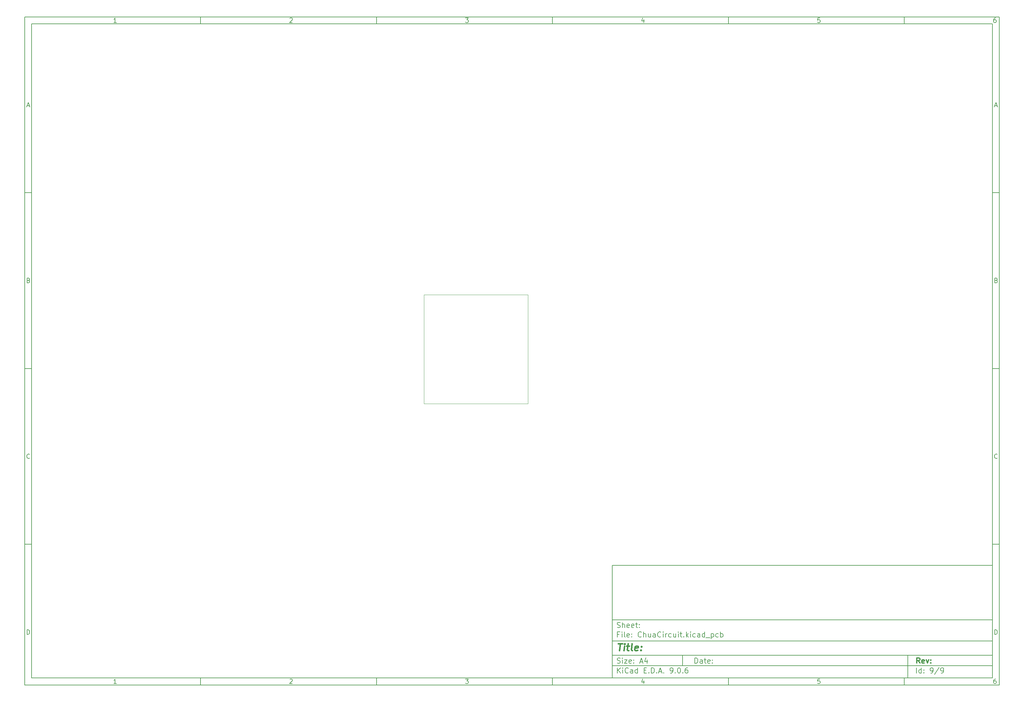
<source format=gm1>
%TF.GenerationSoftware,KiCad,Pcbnew,9.0.6*%
%TF.CreationDate,2025-11-23T22:05:43-07:00*%
%TF.ProjectId,ChuaCircuit,43687561-4369-4726-9375-69742e6b6963,rev?*%
%TF.SameCoordinates,Original*%
%TF.FileFunction,Profile,NP*%
%FSLAX46Y46*%
G04 Gerber Fmt 4.6, Leading zero omitted, Abs format (unit mm)*
G04 Created by KiCad (PCBNEW 9.0.6) date 2025-11-23 22:05:43*
%MOMM*%
%LPD*%
G01*
G04 APERTURE LIST*
%ADD10C,0.100000*%
%ADD11C,0.150000*%
%ADD12C,0.300000*%
%ADD13C,0.400000*%
%TA.AperFunction,Profile*%
%ADD14C,0.050000*%
%TD*%
G04 APERTURE END LIST*
D10*
D11*
X177002200Y-166007200D02*
X285002200Y-166007200D01*
X285002200Y-198007200D01*
X177002200Y-198007200D01*
X177002200Y-166007200D01*
D10*
D11*
X10000000Y-10000000D02*
X287002200Y-10000000D01*
X287002200Y-200007200D01*
X10000000Y-200007200D01*
X10000000Y-10000000D01*
D10*
D11*
X12000000Y-12000000D02*
X285002200Y-12000000D01*
X285002200Y-198007200D01*
X12000000Y-198007200D01*
X12000000Y-12000000D01*
D10*
D11*
X60000000Y-12000000D02*
X60000000Y-10000000D01*
D10*
D11*
X110000000Y-12000000D02*
X110000000Y-10000000D01*
D10*
D11*
X160000000Y-12000000D02*
X160000000Y-10000000D01*
D10*
D11*
X210000000Y-12000000D02*
X210000000Y-10000000D01*
D10*
D11*
X260000000Y-12000000D02*
X260000000Y-10000000D01*
D10*
D11*
X36089160Y-11593604D02*
X35346303Y-11593604D01*
X35717731Y-11593604D02*
X35717731Y-10293604D01*
X35717731Y-10293604D02*
X35593922Y-10479319D01*
X35593922Y-10479319D02*
X35470112Y-10603128D01*
X35470112Y-10603128D02*
X35346303Y-10665033D01*
D10*
D11*
X85346303Y-10417414D02*
X85408207Y-10355509D01*
X85408207Y-10355509D02*
X85532017Y-10293604D01*
X85532017Y-10293604D02*
X85841541Y-10293604D01*
X85841541Y-10293604D02*
X85965350Y-10355509D01*
X85965350Y-10355509D02*
X86027255Y-10417414D01*
X86027255Y-10417414D02*
X86089160Y-10541223D01*
X86089160Y-10541223D02*
X86089160Y-10665033D01*
X86089160Y-10665033D02*
X86027255Y-10850747D01*
X86027255Y-10850747D02*
X85284398Y-11593604D01*
X85284398Y-11593604D02*
X86089160Y-11593604D01*
D10*
D11*
X135284398Y-10293604D02*
X136089160Y-10293604D01*
X136089160Y-10293604D02*
X135655826Y-10788842D01*
X135655826Y-10788842D02*
X135841541Y-10788842D01*
X135841541Y-10788842D02*
X135965350Y-10850747D01*
X135965350Y-10850747D02*
X136027255Y-10912652D01*
X136027255Y-10912652D02*
X136089160Y-11036461D01*
X136089160Y-11036461D02*
X136089160Y-11345985D01*
X136089160Y-11345985D02*
X136027255Y-11469795D01*
X136027255Y-11469795D02*
X135965350Y-11531700D01*
X135965350Y-11531700D02*
X135841541Y-11593604D01*
X135841541Y-11593604D02*
X135470112Y-11593604D01*
X135470112Y-11593604D02*
X135346303Y-11531700D01*
X135346303Y-11531700D02*
X135284398Y-11469795D01*
D10*
D11*
X185965350Y-10726938D02*
X185965350Y-11593604D01*
X185655826Y-10231700D02*
X185346303Y-11160271D01*
X185346303Y-11160271D02*
X186151064Y-11160271D01*
D10*
D11*
X236027255Y-10293604D02*
X235408207Y-10293604D01*
X235408207Y-10293604D02*
X235346303Y-10912652D01*
X235346303Y-10912652D02*
X235408207Y-10850747D01*
X235408207Y-10850747D02*
X235532017Y-10788842D01*
X235532017Y-10788842D02*
X235841541Y-10788842D01*
X235841541Y-10788842D02*
X235965350Y-10850747D01*
X235965350Y-10850747D02*
X236027255Y-10912652D01*
X236027255Y-10912652D02*
X236089160Y-11036461D01*
X236089160Y-11036461D02*
X236089160Y-11345985D01*
X236089160Y-11345985D02*
X236027255Y-11469795D01*
X236027255Y-11469795D02*
X235965350Y-11531700D01*
X235965350Y-11531700D02*
X235841541Y-11593604D01*
X235841541Y-11593604D02*
X235532017Y-11593604D01*
X235532017Y-11593604D02*
X235408207Y-11531700D01*
X235408207Y-11531700D02*
X235346303Y-11469795D01*
D10*
D11*
X285965350Y-10293604D02*
X285717731Y-10293604D01*
X285717731Y-10293604D02*
X285593922Y-10355509D01*
X285593922Y-10355509D02*
X285532017Y-10417414D01*
X285532017Y-10417414D02*
X285408207Y-10603128D01*
X285408207Y-10603128D02*
X285346303Y-10850747D01*
X285346303Y-10850747D02*
X285346303Y-11345985D01*
X285346303Y-11345985D02*
X285408207Y-11469795D01*
X285408207Y-11469795D02*
X285470112Y-11531700D01*
X285470112Y-11531700D02*
X285593922Y-11593604D01*
X285593922Y-11593604D02*
X285841541Y-11593604D01*
X285841541Y-11593604D02*
X285965350Y-11531700D01*
X285965350Y-11531700D02*
X286027255Y-11469795D01*
X286027255Y-11469795D02*
X286089160Y-11345985D01*
X286089160Y-11345985D02*
X286089160Y-11036461D01*
X286089160Y-11036461D02*
X286027255Y-10912652D01*
X286027255Y-10912652D02*
X285965350Y-10850747D01*
X285965350Y-10850747D02*
X285841541Y-10788842D01*
X285841541Y-10788842D02*
X285593922Y-10788842D01*
X285593922Y-10788842D02*
X285470112Y-10850747D01*
X285470112Y-10850747D02*
X285408207Y-10912652D01*
X285408207Y-10912652D02*
X285346303Y-11036461D01*
D10*
D11*
X60000000Y-198007200D02*
X60000000Y-200007200D01*
D10*
D11*
X110000000Y-198007200D02*
X110000000Y-200007200D01*
D10*
D11*
X160000000Y-198007200D02*
X160000000Y-200007200D01*
D10*
D11*
X210000000Y-198007200D02*
X210000000Y-200007200D01*
D10*
D11*
X260000000Y-198007200D02*
X260000000Y-200007200D01*
D10*
D11*
X36089160Y-199600804D02*
X35346303Y-199600804D01*
X35717731Y-199600804D02*
X35717731Y-198300804D01*
X35717731Y-198300804D02*
X35593922Y-198486519D01*
X35593922Y-198486519D02*
X35470112Y-198610328D01*
X35470112Y-198610328D02*
X35346303Y-198672233D01*
D10*
D11*
X85346303Y-198424614D02*
X85408207Y-198362709D01*
X85408207Y-198362709D02*
X85532017Y-198300804D01*
X85532017Y-198300804D02*
X85841541Y-198300804D01*
X85841541Y-198300804D02*
X85965350Y-198362709D01*
X85965350Y-198362709D02*
X86027255Y-198424614D01*
X86027255Y-198424614D02*
X86089160Y-198548423D01*
X86089160Y-198548423D02*
X86089160Y-198672233D01*
X86089160Y-198672233D02*
X86027255Y-198857947D01*
X86027255Y-198857947D02*
X85284398Y-199600804D01*
X85284398Y-199600804D02*
X86089160Y-199600804D01*
D10*
D11*
X135284398Y-198300804D02*
X136089160Y-198300804D01*
X136089160Y-198300804D02*
X135655826Y-198796042D01*
X135655826Y-198796042D02*
X135841541Y-198796042D01*
X135841541Y-198796042D02*
X135965350Y-198857947D01*
X135965350Y-198857947D02*
X136027255Y-198919852D01*
X136027255Y-198919852D02*
X136089160Y-199043661D01*
X136089160Y-199043661D02*
X136089160Y-199353185D01*
X136089160Y-199353185D02*
X136027255Y-199476995D01*
X136027255Y-199476995D02*
X135965350Y-199538900D01*
X135965350Y-199538900D02*
X135841541Y-199600804D01*
X135841541Y-199600804D02*
X135470112Y-199600804D01*
X135470112Y-199600804D02*
X135346303Y-199538900D01*
X135346303Y-199538900D02*
X135284398Y-199476995D01*
D10*
D11*
X185965350Y-198734138D02*
X185965350Y-199600804D01*
X185655826Y-198238900D02*
X185346303Y-199167471D01*
X185346303Y-199167471D02*
X186151064Y-199167471D01*
D10*
D11*
X236027255Y-198300804D02*
X235408207Y-198300804D01*
X235408207Y-198300804D02*
X235346303Y-198919852D01*
X235346303Y-198919852D02*
X235408207Y-198857947D01*
X235408207Y-198857947D02*
X235532017Y-198796042D01*
X235532017Y-198796042D02*
X235841541Y-198796042D01*
X235841541Y-198796042D02*
X235965350Y-198857947D01*
X235965350Y-198857947D02*
X236027255Y-198919852D01*
X236027255Y-198919852D02*
X236089160Y-199043661D01*
X236089160Y-199043661D02*
X236089160Y-199353185D01*
X236089160Y-199353185D02*
X236027255Y-199476995D01*
X236027255Y-199476995D02*
X235965350Y-199538900D01*
X235965350Y-199538900D02*
X235841541Y-199600804D01*
X235841541Y-199600804D02*
X235532017Y-199600804D01*
X235532017Y-199600804D02*
X235408207Y-199538900D01*
X235408207Y-199538900D02*
X235346303Y-199476995D01*
D10*
D11*
X285965350Y-198300804D02*
X285717731Y-198300804D01*
X285717731Y-198300804D02*
X285593922Y-198362709D01*
X285593922Y-198362709D02*
X285532017Y-198424614D01*
X285532017Y-198424614D02*
X285408207Y-198610328D01*
X285408207Y-198610328D02*
X285346303Y-198857947D01*
X285346303Y-198857947D02*
X285346303Y-199353185D01*
X285346303Y-199353185D02*
X285408207Y-199476995D01*
X285408207Y-199476995D02*
X285470112Y-199538900D01*
X285470112Y-199538900D02*
X285593922Y-199600804D01*
X285593922Y-199600804D02*
X285841541Y-199600804D01*
X285841541Y-199600804D02*
X285965350Y-199538900D01*
X285965350Y-199538900D02*
X286027255Y-199476995D01*
X286027255Y-199476995D02*
X286089160Y-199353185D01*
X286089160Y-199353185D02*
X286089160Y-199043661D01*
X286089160Y-199043661D02*
X286027255Y-198919852D01*
X286027255Y-198919852D02*
X285965350Y-198857947D01*
X285965350Y-198857947D02*
X285841541Y-198796042D01*
X285841541Y-198796042D02*
X285593922Y-198796042D01*
X285593922Y-198796042D02*
X285470112Y-198857947D01*
X285470112Y-198857947D02*
X285408207Y-198919852D01*
X285408207Y-198919852D02*
X285346303Y-199043661D01*
D10*
D11*
X10000000Y-60000000D02*
X12000000Y-60000000D01*
D10*
D11*
X10000000Y-110000000D02*
X12000000Y-110000000D01*
D10*
D11*
X10000000Y-160000000D02*
X12000000Y-160000000D01*
D10*
D11*
X10690476Y-35222176D02*
X11309523Y-35222176D01*
X10566666Y-35593604D02*
X10999999Y-34293604D01*
X10999999Y-34293604D02*
X11433333Y-35593604D01*
D10*
D11*
X11092857Y-84912652D02*
X11278571Y-84974557D01*
X11278571Y-84974557D02*
X11340476Y-85036461D01*
X11340476Y-85036461D02*
X11402380Y-85160271D01*
X11402380Y-85160271D02*
X11402380Y-85345985D01*
X11402380Y-85345985D02*
X11340476Y-85469795D01*
X11340476Y-85469795D02*
X11278571Y-85531700D01*
X11278571Y-85531700D02*
X11154761Y-85593604D01*
X11154761Y-85593604D02*
X10659523Y-85593604D01*
X10659523Y-85593604D02*
X10659523Y-84293604D01*
X10659523Y-84293604D02*
X11092857Y-84293604D01*
X11092857Y-84293604D02*
X11216666Y-84355509D01*
X11216666Y-84355509D02*
X11278571Y-84417414D01*
X11278571Y-84417414D02*
X11340476Y-84541223D01*
X11340476Y-84541223D02*
X11340476Y-84665033D01*
X11340476Y-84665033D02*
X11278571Y-84788842D01*
X11278571Y-84788842D02*
X11216666Y-84850747D01*
X11216666Y-84850747D02*
X11092857Y-84912652D01*
X11092857Y-84912652D02*
X10659523Y-84912652D01*
D10*
D11*
X11402380Y-135469795D02*
X11340476Y-135531700D01*
X11340476Y-135531700D02*
X11154761Y-135593604D01*
X11154761Y-135593604D02*
X11030952Y-135593604D01*
X11030952Y-135593604D02*
X10845238Y-135531700D01*
X10845238Y-135531700D02*
X10721428Y-135407890D01*
X10721428Y-135407890D02*
X10659523Y-135284080D01*
X10659523Y-135284080D02*
X10597619Y-135036461D01*
X10597619Y-135036461D02*
X10597619Y-134850747D01*
X10597619Y-134850747D02*
X10659523Y-134603128D01*
X10659523Y-134603128D02*
X10721428Y-134479319D01*
X10721428Y-134479319D02*
X10845238Y-134355509D01*
X10845238Y-134355509D02*
X11030952Y-134293604D01*
X11030952Y-134293604D02*
X11154761Y-134293604D01*
X11154761Y-134293604D02*
X11340476Y-134355509D01*
X11340476Y-134355509D02*
X11402380Y-134417414D01*
D10*
D11*
X10659523Y-185593604D02*
X10659523Y-184293604D01*
X10659523Y-184293604D02*
X10969047Y-184293604D01*
X10969047Y-184293604D02*
X11154761Y-184355509D01*
X11154761Y-184355509D02*
X11278571Y-184479319D01*
X11278571Y-184479319D02*
X11340476Y-184603128D01*
X11340476Y-184603128D02*
X11402380Y-184850747D01*
X11402380Y-184850747D02*
X11402380Y-185036461D01*
X11402380Y-185036461D02*
X11340476Y-185284080D01*
X11340476Y-185284080D02*
X11278571Y-185407890D01*
X11278571Y-185407890D02*
X11154761Y-185531700D01*
X11154761Y-185531700D02*
X10969047Y-185593604D01*
X10969047Y-185593604D02*
X10659523Y-185593604D01*
D10*
D11*
X287002200Y-60000000D02*
X285002200Y-60000000D01*
D10*
D11*
X287002200Y-110000000D02*
X285002200Y-110000000D01*
D10*
D11*
X287002200Y-160000000D02*
X285002200Y-160000000D01*
D10*
D11*
X285692676Y-35222176D02*
X286311723Y-35222176D01*
X285568866Y-35593604D02*
X286002199Y-34293604D01*
X286002199Y-34293604D02*
X286435533Y-35593604D01*
D10*
D11*
X286095057Y-84912652D02*
X286280771Y-84974557D01*
X286280771Y-84974557D02*
X286342676Y-85036461D01*
X286342676Y-85036461D02*
X286404580Y-85160271D01*
X286404580Y-85160271D02*
X286404580Y-85345985D01*
X286404580Y-85345985D02*
X286342676Y-85469795D01*
X286342676Y-85469795D02*
X286280771Y-85531700D01*
X286280771Y-85531700D02*
X286156961Y-85593604D01*
X286156961Y-85593604D02*
X285661723Y-85593604D01*
X285661723Y-85593604D02*
X285661723Y-84293604D01*
X285661723Y-84293604D02*
X286095057Y-84293604D01*
X286095057Y-84293604D02*
X286218866Y-84355509D01*
X286218866Y-84355509D02*
X286280771Y-84417414D01*
X286280771Y-84417414D02*
X286342676Y-84541223D01*
X286342676Y-84541223D02*
X286342676Y-84665033D01*
X286342676Y-84665033D02*
X286280771Y-84788842D01*
X286280771Y-84788842D02*
X286218866Y-84850747D01*
X286218866Y-84850747D02*
X286095057Y-84912652D01*
X286095057Y-84912652D02*
X285661723Y-84912652D01*
D10*
D11*
X286404580Y-135469795D02*
X286342676Y-135531700D01*
X286342676Y-135531700D02*
X286156961Y-135593604D01*
X286156961Y-135593604D02*
X286033152Y-135593604D01*
X286033152Y-135593604D02*
X285847438Y-135531700D01*
X285847438Y-135531700D02*
X285723628Y-135407890D01*
X285723628Y-135407890D02*
X285661723Y-135284080D01*
X285661723Y-135284080D02*
X285599819Y-135036461D01*
X285599819Y-135036461D02*
X285599819Y-134850747D01*
X285599819Y-134850747D02*
X285661723Y-134603128D01*
X285661723Y-134603128D02*
X285723628Y-134479319D01*
X285723628Y-134479319D02*
X285847438Y-134355509D01*
X285847438Y-134355509D02*
X286033152Y-134293604D01*
X286033152Y-134293604D02*
X286156961Y-134293604D01*
X286156961Y-134293604D02*
X286342676Y-134355509D01*
X286342676Y-134355509D02*
X286404580Y-134417414D01*
D10*
D11*
X285661723Y-185593604D02*
X285661723Y-184293604D01*
X285661723Y-184293604D02*
X285971247Y-184293604D01*
X285971247Y-184293604D02*
X286156961Y-184355509D01*
X286156961Y-184355509D02*
X286280771Y-184479319D01*
X286280771Y-184479319D02*
X286342676Y-184603128D01*
X286342676Y-184603128D02*
X286404580Y-184850747D01*
X286404580Y-184850747D02*
X286404580Y-185036461D01*
X286404580Y-185036461D02*
X286342676Y-185284080D01*
X286342676Y-185284080D02*
X286280771Y-185407890D01*
X286280771Y-185407890D02*
X286156961Y-185531700D01*
X286156961Y-185531700D02*
X285971247Y-185593604D01*
X285971247Y-185593604D02*
X285661723Y-185593604D01*
D10*
D11*
X200458026Y-193793328D02*
X200458026Y-192293328D01*
X200458026Y-192293328D02*
X200815169Y-192293328D01*
X200815169Y-192293328D02*
X201029455Y-192364757D01*
X201029455Y-192364757D02*
X201172312Y-192507614D01*
X201172312Y-192507614D02*
X201243741Y-192650471D01*
X201243741Y-192650471D02*
X201315169Y-192936185D01*
X201315169Y-192936185D02*
X201315169Y-193150471D01*
X201315169Y-193150471D02*
X201243741Y-193436185D01*
X201243741Y-193436185D02*
X201172312Y-193579042D01*
X201172312Y-193579042D02*
X201029455Y-193721900D01*
X201029455Y-193721900D02*
X200815169Y-193793328D01*
X200815169Y-193793328D02*
X200458026Y-193793328D01*
X202600884Y-193793328D02*
X202600884Y-193007614D01*
X202600884Y-193007614D02*
X202529455Y-192864757D01*
X202529455Y-192864757D02*
X202386598Y-192793328D01*
X202386598Y-192793328D02*
X202100884Y-192793328D01*
X202100884Y-192793328D02*
X201958026Y-192864757D01*
X202600884Y-193721900D02*
X202458026Y-193793328D01*
X202458026Y-193793328D02*
X202100884Y-193793328D01*
X202100884Y-193793328D02*
X201958026Y-193721900D01*
X201958026Y-193721900D02*
X201886598Y-193579042D01*
X201886598Y-193579042D02*
X201886598Y-193436185D01*
X201886598Y-193436185D02*
X201958026Y-193293328D01*
X201958026Y-193293328D02*
X202100884Y-193221900D01*
X202100884Y-193221900D02*
X202458026Y-193221900D01*
X202458026Y-193221900D02*
X202600884Y-193150471D01*
X203100884Y-192793328D02*
X203672312Y-192793328D01*
X203315169Y-192293328D02*
X203315169Y-193579042D01*
X203315169Y-193579042D02*
X203386598Y-193721900D01*
X203386598Y-193721900D02*
X203529455Y-193793328D01*
X203529455Y-193793328D02*
X203672312Y-193793328D01*
X204743741Y-193721900D02*
X204600884Y-193793328D01*
X204600884Y-193793328D02*
X204315170Y-193793328D01*
X204315170Y-193793328D02*
X204172312Y-193721900D01*
X204172312Y-193721900D02*
X204100884Y-193579042D01*
X204100884Y-193579042D02*
X204100884Y-193007614D01*
X204100884Y-193007614D02*
X204172312Y-192864757D01*
X204172312Y-192864757D02*
X204315170Y-192793328D01*
X204315170Y-192793328D02*
X204600884Y-192793328D01*
X204600884Y-192793328D02*
X204743741Y-192864757D01*
X204743741Y-192864757D02*
X204815170Y-193007614D01*
X204815170Y-193007614D02*
X204815170Y-193150471D01*
X204815170Y-193150471D02*
X204100884Y-193293328D01*
X205458026Y-193650471D02*
X205529455Y-193721900D01*
X205529455Y-193721900D02*
X205458026Y-193793328D01*
X205458026Y-193793328D02*
X205386598Y-193721900D01*
X205386598Y-193721900D02*
X205458026Y-193650471D01*
X205458026Y-193650471D02*
X205458026Y-193793328D01*
X205458026Y-192864757D02*
X205529455Y-192936185D01*
X205529455Y-192936185D02*
X205458026Y-193007614D01*
X205458026Y-193007614D02*
X205386598Y-192936185D01*
X205386598Y-192936185D02*
X205458026Y-192864757D01*
X205458026Y-192864757D02*
X205458026Y-193007614D01*
D10*
D11*
X177002200Y-194507200D02*
X285002200Y-194507200D01*
D10*
D11*
X178458026Y-196593328D02*
X178458026Y-195093328D01*
X179315169Y-196593328D02*
X178672312Y-195736185D01*
X179315169Y-195093328D02*
X178458026Y-195950471D01*
X179958026Y-196593328D02*
X179958026Y-195593328D01*
X179958026Y-195093328D02*
X179886598Y-195164757D01*
X179886598Y-195164757D02*
X179958026Y-195236185D01*
X179958026Y-195236185D02*
X180029455Y-195164757D01*
X180029455Y-195164757D02*
X179958026Y-195093328D01*
X179958026Y-195093328D02*
X179958026Y-195236185D01*
X181529455Y-196450471D02*
X181458027Y-196521900D01*
X181458027Y-196521900D02*
X181243741Y-196593328D01*
X181243741Y-196593328D02*
X181100884Y-196593328D01*
X181100884Y-196593328D02*
X180886598Y-196521900D01*
X180886598Y-196521900D02*
X180743741Y-196379042D01*
X180743741Y-196379042D02*
X180672312Y-196236185D01*
X180672312Y-196236185D02*
X180600884Y-195950471D01*
X180600884Y-195950471D02*
X180600884Y-195736185D01*
X180600884Y-195736185D02*
X180672312Y-195450471D01*
X180672312Y-195450471D02*
X180743741Y-195307614D01*
X180743741Y-195307614D02*
X180886598Y-195164757D01*
X180886598Y-195164757D02*
X181100884Y-195093328D01*
X181100884Y-195093328D02*
X181243741Y-195093328D01*
X181243741Y-195093328D02*
X181458027Y-195164757D01*
X181458027Y-195164757D02*
X181529455Y-195236185D01*
X182815170Y-196593328D02*
X182815170Y-195807614D01*
X182815170Y-195807614D02*
X182743741Y-195664757D01*
X182743741Y-195664757D02*
X182600884Y-195593328D01*
X182600884Y-195593328D02*
X182315170Y-195593328D01*
X182315170Y-195593328D02*
X182172312Y-195664757D01*
X182815170Y-196521900D02*
X182672312Y-196593328D01*
X182672312Y-196593328D02*
X182315170Y-196593328D01*
X182315170Y-196593328D02*
X182172312Y-196521900D01*
X182172312Y-196521900D02*
X182100884Y-196379042D01*
X182100884Y-196379042D02*
X182100884Y-196236185D01*
X182100884Y-196236185D02*
X182172312Y-196093328D01*
X182172312Y-196093328D02*
X182315170Y-196021900D01*
X182315170Y-196021900D02*
X182672312Y-196021900D01*
X182672312Y-196021900D02*
X182815170Y-195950471D01*
X184172313Y-196593328D02*
X184172313Y-195093328D01*
X184172313Y-196521900D02*
X184029455Y-196593328D01*
X184029455Y-196593328D02*
X183743741Y-196593328D01*
X183743741Y-196593328D02*
X183600884Y-196521900D01*
X183600884Y-196521900D02*
X183529455Y-196450471D01*
X183529455Y-196450471D02*
X183458027Y-196307614D01*
X183458027Y-196307614D02*
X183458027Y-195879042D01*
X183458027Y-195879042D02*
X183529455Y-195736185D01*
X183529455Y-195736185D02*
X183600884Y-195664757D01*
X183600884Y-195664757D02*
X183743741Y-195593328D01*
X183743741Y-195593328D02*
X184029455Y-195593328D01*
X184029455Y-195593328D02*
X184172313Y-195664757D01*
X186029455Y-195807614D02*
X186529455Y-195807614D01*
X186743741Y-196593328D02*
X186029455Y-196593328D01*
X186029455Y-196593328D02*
X186029455Y-195093328D01*
X186029455Y-195093328D02*
X186743741Y-195093328D01*
X187386598Y-196450471D02*
X187458027Y-196521900D01*
X187458027Y-196521900D02*
X187386598Y-196593328D01*
X187386598Y-196593328D02*
X187315170Y-196521900D01*
X187315170Y-196521900D02*
X187386598Y-196450471D01*
X187386598Y-196450471D02*
X187386598Y-196593328D01*
X188100884Y-196593328D02*
X188100884Y-195093328D01*
X188100884Y-195093328D02*
X188458027Y-195093328D01*
X188458027Y-195093328D02*
X188672313Y-195164757D01*
X188672313Y-195164757D02*
X188815170Y-195307614D01*
X188815170Y-195307614D02*
X188886599Y-195450471D01*
X188886599Y-195450471D02*
X188958027Y-195736185D01*
X188958027Y-195736185D02*
X188958027Y-195950471D01*
X188958027Y-195950471D02*
X188886599Y-196236185D01*
X188886599Y-196236185D02*
X188815170Y-196379042D01*
X188815170Y-196379042D02*
X188672313Y-196521900D01*
X188672313Y-196521900D02*
X188458027Y-196593328D01*
X188458027Y-196593328D02*
X188100884Y-196593328D01*
X189600884Y-196450471D02*
X189672313Y-196521900D01*
X189672313Y-196521900D02*
X189600884Y-196593328D01*
X189600884Y-196593328D02*
X189529456Y-196521900D01*
X189529456Y-196521900D02*
X189600884Y-196450471D01*
X189600884Y-196450471D02*
X189600884Y-196593328D01*
X190243742Y-196164757D02*
X190958028Y-196164757D01*
X190100885Y-196593328D02*
X190600885Y-195093328D01*
X190600885Y-195093328D02*
X191100885Y-196593328D01*
X191600884Y-196450471D02*
X191672313Y-196521900D01*
X191672313Y-196521900D02*
X191600884Y-196593328D01*
X191600884Y-196593328D02*
X191529456Y-196521900D01*
X191529456Y-196521900D02*
X191600884Y-196450471D01*
X191600884Y-196450471D02*
X191600884Y-196593328D01*
X193529456Y-196593328D02*
X193815170Y-196593328D01*
X193815170Y-196593328D02*
X193958027Y-196521900D01*
X193958027Y-196521900D02*
X194029456Y-196450471D01*
X194029456Y-196450471D02*
X194172313Y-196236185D01*
X194172313Y-196236185D02*
X194243742Y-195950471D01*
X194243742Y-195950471D02*
X194243742Y-195379042D01*
X194243742Y-195379042D02*
X194172313Y-195236185D01*
X194172313Y-195236185D02*
X194100885Y-195164757D01*
X194100885Y-195164757D02*
X193958027Y-195093328D01*
X193958027Y-195093328D02*
X193672313Y-195093328D01*
X193672313Y-195093328D02*
X193529456Y-195164757D01*
X193529456Y-195164757D02*
X193458027Y-195236185D01*
X193458027Y-195236185D02*
X193386599Y-195379042D01*
X193386599Y-195379042D02*
X193386599Y-195736185D01*
X193386599Y-195736185D02*
X193458027Y-195879042D01*
X193458027Y-195879042D02*
X193529456Y-195950471D01*
X193529456Y-195950471D02*
X193672313Y-196021900D01*
X193672313Y-196021900D02*
X193958027Y-196021900D01*
X193958027Y-196021900D02*
X194100885Y-195950471D01*
X194100885Y-195950471D02*
X194172313Y-195879042D01*
X194172313Y-195879042D02*
X194243742Y-195736185D01*
X194886598Y-196450471D02*
X194958027Y-196521900D01*
X194958027Y-196521900D02*
X194886598Y-196593328D01*
X194886598Y-196593328D02*
X194815170Y-196521900D01*
X194815170Y-196521900D02*
X194886598Y-196450471D01*
X194886598Y-196450471D02*
X194886598Y-196593328D01*
X195886599Y-195093328D02*
X196029456Y-195093328D01*
X196029456Y-195093328D02*
X196172313Y-195164757D01*
X196172313Y-195164757D02*
X196243742Y-195236185D01*
X196243742Y-195236185D02*
X196315170Y-195379042D01*
X196315170Y-195379042D02*
X196386599Y-195664757D01*
X196386599Y-195664757D02*
X196386599Y-196021900D01*
X196386599Y-196021900D02*
X196315170Y-196307614D01*
X196315170Y-196307614D02*
X196243742Y-196450471D01*
X196243742Y-196450471D02*
X196172313Y-196521900D01*
X196172313Y-196521900D02*
X196029456Y-196593328D01*
X196029456Y-196593328D02*
X195886599Y-196593328D01*
X195886599Y-196593328D02*
X195743742Y-196521900D01*
X195743742Y-196521900D02*
X195672313Y-196450471D01*
X195672313Y-196450471D02*
X195600884Y-196307614D01*
X195600884Y-196307614D02*
X195529456Y-196021900D01*
X195529456Y-196021900D02*
X195529456Y-195664757D01*
X195529456Y-195664757D02*
X195600884Y-195379042D01*
X195600884Y-195379042D02*
X195672313Y-195236185D01*
X195672313Y-195236185D02*
X195743742Y-195164757D01*
X195743742Y-195164757D02*
X195886599Y-195093328D01*
X197029455Y-196450471D02*
X197100884Y-196521900D01*
X197100884Y-196521900D02*
X197029455Y-196593328D01*
X197029455Y-196593328D02*
X196958027Y-196521900D01*
X196958027Y-196521900D02*
X197029455Y-196450471D01*
X197029455Y-196450471D02*
X197029455Y-196593328D01*
X198386599Y-195093328D02*
X198100884Y-195093328D01*
X198100884Y-195093328D02*
X197958027Y-195164757D01*
X197958027Y-195164757D02*
X197886599Y-195236185D01*
X197886599Y-195236185D02*
X197743741Y-195450471D01*
X197743741Y-195450471D02*
X197672313Y-195736185D01*
X197672313Y-195736185D02*
X197672313Y-196307614D01*
X197672313Y-196307614D02*
X197743741Y-196450471D01*
X197743741Y-196450471D02*
X197815170Y-196521900D01*
X197815170Y-196521900D02*
X197958027Y-196593328D01*
X197958027Y-196593328D02*
X198243741Y-196593328D01*
X198243741Y-196593328D02*
X198386599Y-196521900D01*
X198386599Y-196521900D02*
X198458027Y-196450471D01*
X198458027Y-196450471D02*
X198529456Y-196307614D01*
X198529456Y-196307614D02*
X198529456Y-195950471D01*
X198529456Y-195950471D02*
X198458027Y-195807614D01*
X198458027Y-195807614D02*
X198386599Y-195736185D01*
X198386599Y-195736185D02*
X198243741Y-195664757D01*
X198243741Y-195664757D02*
X197958027Y-195664757D01*
X197958027Y-195664757D02*
X197815170Y-195736185D01*
X197815170Y-195736185D02*
X197743741Y-195807614D01*
X197743741Y-195807614D02*
X197672313Y-195950471D01*
D10*
D11*
X177002200Y-191507200D02*
X285002200Y-191507200D01*
D10*
D12*
X264413853Y-193785528D02*
X263913853Y-193071242D01*
X263556710Y-193785528D02*
X263556710Y-192285528D01*
X263556710Y-192285528D02*
X264128139Y-192285528D01*
X264128139Y-192285528D02*
X264270996Y-192356957D01*
X264270996Y-192356957D02*
X264342425Y-192428385D01*
X264342425Y-192428385D02*
X264413853Y-192571242D01*
X264413853Y-192571242D02*
X264413853Y-192785528D01*
X264413853Y-192785528D02*
X264342425Y-192928385D01*
X264342425Y-192928385D02*
X264270996Y-192999814D01*
X264270996Y-192999814D02*
X264128139Y-193071242D01*
X264128139Y-193071242D02*
X263556710Y-193071242D01*
X265628139Y-193714100D02*
X265485282Y-193785528D01*
X265485282Y-193785528D02*
X265199568Y-193785528D01*
X265199568Y-193785528D02*
X265056710Y-193714100D01*
X265056710Y-193714100D02*
X264985282Y-193571242D01*
X264985282Y-193571242D02*
X264985282Y-192999814D01*
X264985282Y-192999814D02*
X265056710Y-192856957D01*
X265056710Y-192856957D02*
X265199568Y-192785528D01*
X265199568Y-192785528D02*
X265485282Y-192785528D01*
X265485282Y-192785528D02*
X265628139Y-192856957D01*
X265628139Y-192856957D02*
X265699568Y-192999814D01*
X265699568Y-192999814D02*
X265699568Y-193142671D01*
X265699568Y-193142671D02*
X264985282Y-193285528D01*
X266199567Y-192785528D02*
X266556710Y-193785528D01*
X266556710Y-193785528D02*
X266913853Y-192785528D01*
X267485281Y-193642671D02*
X267556710Y-193714100D01*
X267556710Y-193714100D02*
X267485281Y-193785528D01*
X267485281Y-193785528D02*
X267413853Y-193714100D01*
X267413853Y-193714100D02*
X267485281Y-193642671D01*
X267485281Y-193642671D02*
X267485281Y-193785528D01*
X267485281Y-192856957D02*
X267556710Y-192928385D01*
X267556710Y-192928385D02*
X267485281Y-192999814D01*
X267485281Y-192999814D02*
X267413853Y-192928385D01*
X267413853Y-192928385D02*
X267485281Y-192856957D01*
X267485281Y-192856957D02*
X267485281Y-192999814D01*
D10*
D11*
X178386598Y-193721900D02*
X178600884Y-193793328D01*
X178600884Y-193793328D02*
X178958026Y-193793328D01*
X178958026Y-193793328D02*
X179100884Y-193721900D01*
X179100884Y-193721900D02*
X179172312Y-193650471D01*
X179172312Y-193650471D02*
X179243741Y-193507614D01*
X179243741Y-193507614D02*
X179243741Y-193364757D01*
X179243741Y-193364757D02*
X179172312Y-193221900D01*
X179172312Y-193221900D02*
X179100884Y-193150471D01*
X179100884Y-193150471D02*
X178958026Y-193079042D01*
X178958026Y-193079042D02*
X178672312Y-193007614D01*
X178672312Y-193007614D02*
X178529455Y-192936185D01*
X178529455Y-192936185D02*
X178458026Y-192864757D01*
X178458026Y-192864757D02*
X178386598Y-192721900D01*
X178386598Y-192721900D02*
X178386598Y-192579042D01*
X178386598Y-192579042D02*
X178458026Y-192436185D01*
X178458026Y-192436185D02*
X178529455Y-192364757D01*
X178529455Y-192364757D02*
X178672312Y-192293328D01*
X178672312Y-192293328D02*
X179029455Y-192293328D01*
X179029455Y-192293328D02*
X179243741Y-192364757D01*
X179886597Y-193793328D02*
X179886597Y-192793328D01*
X179886597Y-192293328D02*
X179815169Y-192364757D01*
X179815169Y-192364757D02*
X179886597Y-192436185D01*
X179886597Y-192436185D02*
X179958026Y-192364757D01*
X179958026Y-192364757D02*
X179886597Y-192293328D01*
X179886597Y-192293328D02*
X179886597Y-192436185D01*
X180458026Y-192793328D02*
X181243741Y-192793328D01*
X181243741Y-192793328D02*
X180458026Y-193793328D01*
X180458026Y-193793328D02*
X181243741Y-193793328D01*
X182386598Y-193721900D02*
X182243741Y-193793328D01*
X182243741Y-193793328D02*
X181958027Y-193793328D01*
X181958027Y-193793328D02*
X181815169Y-193721900D01*
X181815169Y-193721900D02*
X181743741Y-193579042D01*
X181743741Y-193579042D02*
X181743741Y-193007614D01*
X181743741Y-193007614D02*
X181815169Y-192864757D01*
X181815169Y-192864757D02*
X181958027Y-192793328D01*
X181958027Y-192793328D02*
X182243741Y-192793328D01*
X182243741Y-192793328D02*
X182386598Y-192864757D01*
X182386598Y-192864757D02*
X182458027Y-193007614D01*
X182458027Y-193007614D02*
X182458027Y-193150471D01*
X182458027Y-193150471D02*
X181743741Y-193293328D01*
X183100883Y-193650471D02*
X183172312Y-193721900D01*
X183172312Y-193721900D02*
X183100883Y-193793328D01*
X183100883Y-193793328D02*
X183029455Y-193721900D01*
X183029455Y-193721900D02*
X183100883Y-193650471D01*
X183100883Y-193650471D02*
X183100883Y-193793328D01*
X183100883Y-192864757D02*
X183172312Y-192936185D01*
X183172312Y-192936185D02*
X183100883Y-193007614D01*
X183100883Y-193007614D02*
X183029455Y-192936185D01*
X183029455Y-192936185D02*
X183100883Y-192864757D01*
X183100883Y-192864757D02*
X183100883Y-193007614D01*
X184886598Y-193364757D02*
X185600884Y-193364757D01*
X184743741Y-193793328D02*
X185243741Y-192293328D01*
X185243741Y-192293328D02*
X185743741Y-193793328D01*
X186886598Y-192793328D02*
X186886598Y-193793328D01*
X186529455Y-192221900D02*
X186172312Y-193293328D01*
X186172312Y-193293328D02*
X187100883Y-193293328D01*
D10*
D11*
X263458026Y-196593328D02*
X263458026Y-195093328D01*
X264815170Y-196593328D02*
X264815170Y-195093328D01*
X264815170Y-196521900D02*
X264672312Y-196593328D01*
X264672312Y-196593328D02*
X264386598Y-196593328D01*
X264386598Y-196593328D02*
X264243741Y-196521900D01*
X264243741Y-196521900D02*
X264172312Y-196450471D01*
X264172312Y-196450471D02*
X264100884Y-196307614D01*
X264100884Y-196307614D02*
X264100884Y-195879042D01*
X264100884Y-195879042D02*
X264172312Y-195736185D01*
X264172312Y-195736185D02*
X264243741Y-195664757D01*
X264243741Y-195664757D02*
X264386598Y-195593328D01*
X264386598Y-195593328D02*
X264672312Y-195593328D01*
X264672312Y-195593328D02*
X264815170Y-195664757D01*
X265529455Y-196450471D02*
X265600884Y-196521900D01*
X265600884Y-196521900D02*
X265529455Y-196593328D01*
X265529455Y-196593328D02*
X265458027Y-196521900D01*
X265458027Y-196521900D02*
X265529455Y-196450471D01*
X265529455Y-196450471D02*
X265529455Y-196593328D01*
X265529455Y-195664757D02*
X265600884Y-195736185D01*
X265600884Y-195736185D02*
X265529455Y-195807614D01*
X265529455Y-195807614D02*
X265458027Y-195736185D01*
X265458027Y-195736185D02*
X265529455Y-195664757D01*
X265529455Y-195664757D02*
X265529455Y-195807614D01*
X267458027Y-196593328D02*
X267743741Y-196593328D01*
X267743741Y-196593328D02*
X267886598Y-196521900D01*
X267886598Y-196521900D02*
X267958027Y-196450471D01*
X267958027Y-196450471D02*
X268100884Y-196236185D01*
X268100884Y-196236185D02*
X268172313Y-195950471D01*
X268172313Y-195950471D02*
X268172313Y-195379042D01*
X268172313Y-195379042D02*
X268100884Y-195236185D01*
X268100884Y-195236185D02*
X268029456Y-195164757D01*
X268029456Y-195164757D02*
X267886598Y-195093328D01*
X267886598Y-195093328D02*
X267600884Y-195093328D01*
X267600884Y-195093328D02*
X267458027Y-195164757D01*
X267458027Y-195164757D02*
X267386598Y-195236185D01*
X267386598Y-195236185D02*
X267315170Y-195379042D01*
X267315170Y-195379042D02*
X267315170Y-195736185D01*
X267315170Y-195736185D02*
X267386598Y-195879042D01*
X267386598Y-195879042D02*
X267458027Y-195950471D01*
X267458027Y-195950471D02*
X267600884Y-196021900D01*
X267600884Y-196021900D02*
X267886598Y-196021900D01*
X267886598Y-196021900D02*
X268029456Y-195950471D01*
X268029456Y-195950471D02*
X268100884Y-195879042D01*
X268100884Y-195879042D02*
X268172313Y-195736185D01*
X269886598Y-195021900D02*
X268600884Y-196950471D01*
X270458027Y-196593328D02*
X270743741Y-196593328D01*
X270743741Y-196593328D02*
X270886598Y-196521900D01*
X270886598Y-196521900D02*
X270958027Y-196450471D01*
X270958027Y-196450471D02*
X271100884Y-196236185D01*
X271100884Y-196236185D02*
X271172313Y-195950471D01*
X271172313Y-195950471D02*
X271172313Y-195379042D01*
X271172313Y-195379042D02*
X271100884Y-195236185D01*
X271100884Y-195236185D02*
X271029456Y-195164757D01*
X271029456Y-195164757D02*
X270886598Y-195093328D01*
X270886598Y-195093328D02*
X270600884Y-195093328D01*
X270600884Y-195093328D02*
X270458027Y-195164757D01*
X270458027Y-195164757D02*
X270386598Y-195236185D01*
X270386598Y-195236185D02*
X270315170Y-195379042D01*
X270315170Y-195379042D02*
X270315170Y-195736185D01*
X270315170Y-195736185D02*
X270386598Y-195879042D01*
X270386598Y-195879042D02*
X270458027Y-195950471D01*
X270458027Y-195950471D02*
X270600884Y-196021900D01*
X270600884Y-196021900D02*
X270886598Y-196021900D01*
X270886598Y-196021900D02*
X271029456Y-195950471D01*
X271029456Y-195950471D02*
X271100884Y-195879042D01*
X271100884Y-195879042D02*
X271172313Y-195736185D01*
D10*
D11*
X177002200Y-187507200D02*
X285002200Y-187507200D01*
D10*
D13*
X178693928Y-188211638D02*
X179836785Y-188211638D01*
X179015357Y-190211638D02*
X179265357Y-188211638D01*
X180253452Y-190211638D02*
X180420119Y-188878304D01*
X180503452Y-188211638D02*
X180396309Y-188306876D01*
X180396309Y-188306876D02*
X180479643Y-188402114D01*
X180479643Y-188402114D02*
X180586786Y-188306876D01*
X180586786Y-188306876D02*
X180503452Y-188211638D01*
X180503452Y-188211638D02*
X180479643Y-188402114D01*
X181086786Y-188878304D02*
X181848690Y-188878304D01*
X181455833Y-188211638D02*
X181241548Y-189925923D01*
X181241548Y-189925923D02*
X181312976Y-190116400D01*
X181312976Y-190116400D02*
X181491548Y-190211638D01*
X181491548Y-190211638D02*
X181682024Y-190211638D01*
X182634405Y-190211638D02*
X182455833Y-190116400D01*
X182455833Y-190116400D02*
X182384405Y-189925923D01*
X182384405Y-189925923D02*
X182598690Y-188211638D01*
X184170119Y-190116400D02*
X183967738Y-190211638D01*
X183967738Y-190211638D02*
X183586785Y-190211638D01*
X183586785Y-190211638D02*
X183408214Y-190116400D01*
X183408214Y-190116400D02*
X183336785Y-189925923D01*
X183336785Y-189925923D02*
X183432024Y-189164019D01*
X183432024Y-189164019D02*
X183551071Y-188973542D01*
X183551071Y-188973542D02*
X183753452Y-188878304D01*
X183753452Y-188878304D02*
X184134404Y-188878304D01*
X184134404Y-188878304D02*
X184312976Y-188973542D01*
X184312976Y-188973542D02*
X184384404Y-189164019D01*
X184384404Y-189164019D02*
X184360595Y-189354495D01*
X184360595Y-189354495D02*
X183384404Y-189544971D01*
X185134405Y-190021161D02*
X185217738Y-190116400D01*
X185217738Y-190116400D02*
X185110595Y-190211638D01*
X185110595Y-190211638D02*
X185027262Y-190116400D01*
X185027262Y-190116400D02*
X185134405Y-190021161D01*
X185134405Y-190021161D02*
X185110595Y-190211638D01*
X185265357Y-188973542D02*
X185348690Y-189068780D01*
X185348690Y-189068780D02*
X185241548Y-189164019D01*
X185241548Y-189164019D02*
X185158214Y-189068780D01*
X185158214Y-189068780D02*
X185265357Y-188973542D01*
X185265357Y-188973542D02*
X185241548Y-189164019D01*
D10*
D11*
X178958026Y-185607614D02*
X178458026Y-185607614D01*
X178458026Y-186393328D02*
X178458026Y-184893328D01*
X178458026Y-184893328D02*
X179172312Y-184893328D01*
X179743740Y-186393328D02*
X179743740Y-185393328D01*
X179743740Y-184893328D02*
X179672312Y-184964757D01*
X179672312Y-184964757D02*
X179743740Y-185036185D01*
X179743740Y-185036185D02*
X179815169Y-184964757D01*
X179815169Y-184964757D02*
X179743740Y-184893328D01*
X179743740Y-184893328D02*
X179743740Y-185036185D01*
X180672312Y-186393328D02*
X180529455Y-186321900D01*
X180529455Y-186321900D02*
X180458026Y-186179042D01*
X180458026Y-186179042D02*
X180458026Y-184893328D01*
X181815169Y-186321900D02*
X181672312Y-186393328D01*
X181672312Y-186393328D02*
X181386598Y-186393328D01*
X181386598Y-186393328D02*
X181243740Y-186321900D01*
X181243740Y-186321900D02*
X181172312Y-186179042D01*
X181172312Y-186179042D02*
X181172312Y-185607614D01*
X181172312Y-185607614D02*
X181243740Y-185464757D01*
X181243740Y-185464757D02*
X181386598Y-185393328D01*
X181386598Y-185393328D02*
X181672312Y-185393328D01*
X181672312Y-185393328D02*
X181815169Y-185464757D01*
X181815169Y-185464757D02*
X181886598Y-185607614D01*
X181886598Y-185607614D02*
X181886598Y-185750471D01*
X181886598Y-185750471D02*
X181172312Y-185893328D01*
X182529454Y-186250471D02*
X182600883Y-186321900D01*
X182600883Y-186321900D02*
X182529454Y-186393328D01*
X182529454Y-186393328D02*
X182458026Y-186321900D01*
X182458026Y-186321900D02*
X182529454Y-186250471D01*
X182529454Y-186250471D02*
X182529454Y-186393328D01*
X182529454Y-185464757D02*
X182600883Y-185536185D01*
X182600883Y-185536185D02*
X182529454Y-185607614D01*
X182529454Y-185607614D02*
X182458026Y-185536185D01*
X182458026Y-185536185D02*
X182529454Y-185464757D01*
X182529454Y-185464757D02*
X182529454Y-185607614D01*
X185243740Y-186250471D02*
X185172312Y-186321900D01*
X185172312Y-186321900D02*
X184958026Y-186393328D01*
X184958026Y-186393328D02*
X184815169Y-186393328D01*
X184815169Y-186393328D02*
X184600883Y-186321900D01*
X184600883Y-186321900D02*
X184458026Y-186179042D01*
X184458026Y-186179042D02*
X184386597Y-186036185D01*
X184386597Y-186036185D02*
X184315169Y-185750471D01*
X184315169Y-185750471D02*
X184315169Y-185536185D01*
X184315169Y-185536185D02*
X184386597Y-185250471D01*
X184386597Y-185250471D02*
X184458026Y-185107614D01*
X184458026Y-185107614D02*
X184600883Y-184964757D01*
X184600883Y-184964757D02*
X184815169Y-184893328D01*
X184815169Y-184893328D02*
X184958026Y-184893328D01*
X184958026Y-184893328D02*
X185172312Y-184964757D01*
X185172312Y-184964757D02*
X185243740Y-185036185D01*
X185886597Y-186393328D02*
X185886597Y-184893328D01*
X186529455Y-186393328D02*
X186529455Y-185607614D01*
X186529455Y-185607614D02*
X186458026Y-185464757D01*
X186458026Y-185464757D02*
X186315169Y-185393328D01*
X186315169Y-185393328D02*
X186100883Y-185393328D01*
X186100883Y-185393328D02*
X185958026Y-185464757D01*
X185958026Y-185464757D02*
X185886597Y-185536185D01*
X187886598Y-185393328D02*
X187886598Y-186393328D01*
X187243740Y-185393328D02*
X187243740Y-186179042D01*
X187243740Y-186179042D02*
X187315169Y-186321900D01*
X187315169Y-186321900D02*
X187458026Y-186393328D01*
X187458026Y-186393328D02*
X187672312Y-186393328D01*
X187672312Y-186393328D02*
X187815169Y-186321900D01*
X187815169Y-186321900D02*
X187886598Y-186250471D01*
X189243741Y-186393328D02*
X189243741Y-185607614D01*
X189243741Y-185607614D02*
X189172312Y-185464757D01*
X189172312Y-185464757D02*
X189029455Y-185393328D01*
X189029455Y-185393328D02*
X188743741Y-185393328D01*
X188743741Y-185393328D02*
X188600883Y-185464757D01*
X189243741Y-186321900D02*
X189100883Y-186393328D01*
X189100883Y-186393328D02*
X188743741Y-186393328D01*
X188743741Y-186393328D02*
X188600883Y-186321900D01*
X188600883Y-186321900D02*
X188529455Y-186179042D01*
X188529455Y-186179042D02*
X188529455Y-186036185D01*
X188529455Y-186036185D02*
X188600883Y-185893328D01*
X188600883Y-185893328D02*
X188743741Y-185821900D01*
X188743741Y-185821900D02*
X189100883Y-185821900D01*
X189100883Y-185821900D02*
X189243741Y-185750471D01*
X190815169Y-186250471D02*
X190743741Y-186321900D01*
X190743741Y-186321900D02*
X190529455Y-186393328D01*
X190529455Y-186393328D02*
X190386598Y-186393328D01*
X190386598Y-186393328D02*
X190172312Y-186321900D01*
X190172312Y-186321900D02*
X190029455Y-186179042D01*
X190029455Y-186179042D02*
X189958026Y-186036185D01*
X189958026Y-186036185D02*
X189886598Y-185750471D01*
X189886598Y-185750471D02*
X189886598Y-185536185D01*
X189886598Y-185536185D02*
X189958026Y-185250471D01*
X189958026Y-185250471D02*
X190029455Y-185107614D01*
X190029455Y-185107614D02*
X190172312Y-184964757D01*
X190172312Y-184964757D02*
X190386598Y-184893328D01*
X190386598Y-184893328D02*
X190529455Y-184893328D01*
X190529455Y-184893328D02*
X190743741Y-184964757D01*
X190743741Y-184964757D02*
X190815169Y-185036185D01*
X191458026Y-186393328D02*
X191458026Y-185393328D01*
X191458026Y-184893328D02*
X191386598Y-184964757D01*
X191386598Y-184964757D02*
X191458026Y-185036185D01*
X191458026Y-185036185D02*
X191529455Y-184964757D01*
X191529455Y-184964757D02*
X191458026Y-184893328D01*
X191458026Y-184893328D02*
X191458026Y-185036185D01*
X192172312Y-186393328D02*
X192172312Y-185393328D01*
X192172312Y-185679042D02*
X192243741Y-185536185D01*
X192243741Y-185536185D02*
X192315170Y-185464757D01*
X192315170Y-185464757D02*
X192458027Y-185393328D01*
X192458027Y-185393328D02*
X192600884Y-185393328D01*
X193743741Y-186321900D02*
X193600883Y-186393328D01*
X193600883Y-186393328D02*
X193315169Y-186393328D01*
X193315169Y-186393328D02*
X193172312Y-186321900D01*
X193172312Y-186321900D02*
X193100883Y-186250471D01*
X193100883Y-186250471D02*
X193029455Y-186107614D01*
X193029455Y-186107614D02*
X193029455Y-185679042D01*
X193029455Y-185679042D02*
X193100883Y-185536185D01*
X193100883Y-185536185D02*
X193172312Y-185464757D01*
X193172312Y-185464757D02*
X193315169Y-185393328D01*
X193315169Y-185393328D02*
X193600883Y-185393328D01*
X193600883Y-185393328D02*
X193743741Y-185464757D01*
X195029455Y-185393328D02*
X195029455Y-186393328D01*
X194386597Y-185393328D02*
X194386597Y-186179042D01*
X194386597Y-186179042D02*
X194458026Y-186321900D01*
X194458026Y-186321900D02*
X194600883Y-186393328D01*
X194600883Y-186393328D02*
X194815169Y-186393328D01*
X194815169Y-186393328D02*
X194958026Y-186321900D01*
X194958026Y-186321900D02*
X195029455Y-186250471D01*
X195743740Y-186393328D02*
X195743740Y-185393328D01*
X195743740Y-184893328D02*
X195672312Y-184964757D01*
X195672312Y-184964757D02*
X195743740Y-185036185D01*
X195743740Y-185036185D02*
X195815169Y-184964757D01*
X195815169Y-184964757D02*
X195743740Y-184893328D01*
X195743740Y-184893328D02*
X195743740Y-185036185D01*
X196243741Y-185393328D02*
X196815169Y-185393328D01*
X196458026Y-184893328D02*
X196458026Y-186179042D01*
X196458026Y-186179042D02*
X196529455Y-186321900D01*
X196529455Y-186321900D02*
X196672312Y-186393328D01*
X196672312Y-186393328D02*
X196815169Y-186393328D01*
X197315169Y-186250471D02*
X197386598Y-186321900D01*
X197386598Y-186321900D02*
X197315169Y-186393328D01*
X197315169Y-186393328D02*
X197243741Y-186321900D01*
X197243741Y-186321900D02*
X197315169Y-186250471D01*
X197315169Y-186250471D02*
X197315169Y-186393328D01*
X198029455Y-186393328D02*
X198029455Y-184893328D01*
X198172313Y-185821900D02*
X198600884Y-186393328D01*
X198600884Y-185393328D02*
X198029455Y-185964757D01*
X199243741Y-186393328D02*
X199243741Y-185393328D01*
X199243741Y-184893328D02*
X199172313Y-184964757D01*
X199172313Y-184964757D02*
X199243741Y-185036185D01*
X199243741Y-185036185D02*
X199315170Y-184964757D01*
X199315170Y-184964757D02*
X199243741Y-184893328D01*
X199243741Y-184893328D02*
X199243741Y-185036185D01*
X200600885Y-186321900D02*
X200458027Y-186393328D01*
X200458027Y-186393328D02*
X200172313Y-186393328D01*
X200172313Y-186393328D02*
X200029456Y-186321900D01*
X200029456Y-186321900D02*
X199958027Y-186250471D01*
X199958027Y-186250471D02*
X199886599Y-186107614D01*
X199886599Y-186107614D02*
X199886599Y-185679042D01*
X199886599Y-185679042D02*
X199958027Y-185536185D01*
X199958027Y-185536185D02*
X200029456Y-185464757D01*
X200029456Y-185464757D02*
X200172313Y-185393328D01*
X200172313Y-185393328D02*
X200458027Y-185393328D01*
X200458027Y-185393328D02*
X200600885Y-185464757D01*
X201886599Y-186393328D02*
X201886599Y-185607614D01*
X201886599Y-185607614D02*
X201815170Y-185464757D01*
X201815170Y-185464757D02*
X201672313Y-185393328D01*
X201672313Y-185393328D02*
X201386599Y-185393328D01*
X201386599Y-185393328D02*
X201243741Y-185464757D01*
X201886599Y-186321900D02*
X201743741Y-186393328D01*
X201743741Y-186393328D02*
X201386599Y-186393328D01*
X201386599Y-186393328D02*
X201243741Y-186321900D01*
X201243741Y-186321900D02*
X201172313Y-186179042D01*
X201172313Y-186179042D02*
X201172313Y-186036185D01*
X201172313Y-186036185D02*
X201243741Y-185893328D01*
X201243741Y-185893328D02*
X201386599Y-185821900D01*
X201386599Y-185821900D02*
X201743741Y-185821900D01*
X201743741Y-185821900D02*
X201886599Y-185750471D01*
X203243742Y-186393328D02*
X203243742Y-184893328D01*
X203243742Y-186321900D02*
X203100884Y-186393328D01*
X203100884Y-186393328D02*
X202815170Y-186393328D01*
X202815170Y-186393328D02*
X202672313Y-186321900D01*
X202672313Y-186321900D02*
X202600884Y-186250471D01*
X202600884Y-186250471D02*
X202529456Y-186107614D01*
X202529456Y-186107614D02*
X202529456Y-185679042D01*
X202529456Y-185679042D02*
X202600884Y-185536185D01*
X202600884Y-185536185D02*
X202672313Y-185464757D01*
X202672313Y-185464757D02*
X202815170Y-185393328D01*
X202815170Y-185393328D02*
X203100884Y-185393328D01*
X203100884Y-185393328D02*
X203243742Y-185464757D01*
X203600885Y-186536185D02*
X204743742Y-186536185D01*
X205100884Y-185393328D02*
X205100884Y-186893328D01*
X205100884Y-185464757D02*
X205243742Y-185393328D01*
X205243742Y-185393328D02*
X205529456Y-185393328D01*
X205529456Y-185393328D02*
X205672313Y-185464757D01*
X205672313Y-185464757D02*
X205743742Y-185536185D01*
X205743742Y-185536185D02*
X205815170Y-185679042D01*
X205815170Y-185679042D02*
X205815170Y-186107614D01*
X205815170Y-186107614D02*
X205743742Y-186250471D01*
X205743742Y-186250471D02*
X205672313Y-186321900D01*
X205672313Y-186321900D02*
X205529456Y-186393328D01*
X205529456Y-186393328D02*
X205243742Y-186393328D01*
X205243742Y-186393328D02*
X205100884Y-186321900D01*
X207100885Y-186321900D02*
X206958027Y-186393328D01*
X206958027Y-186393328D02*
X206672313Y-186393328D01*
X206672313Y-186393328D02*
X206529456Y-186321900D01*
X206529456Y-186321900D02*
X206458027Y-186250471D01*
X206458027Y-186250471D02*
X206386599Y-186107614D01*
X206386599Y-186107614D02*
X206386599Y-185679042D01*
X206386599Y-185679042D02*
X206458027Y-185536185D01*
X206458027Y-185536185D02*
X206529456Y-185464757D01*
X206529456Y-185464757D02*
X206672313Y-185393328D01*
X206672313Y-185393328D02*
X206958027Y-185393328D01*
X206958027Y-185393328D02*
X207100885Y-185464757D01*
X207743741Y-186393328D02*
X207743741Y-184893328D01*
X207743741Y-185464757D02*
X207886599Y-185393328D01*
X207886599Y-185393328D02*
X208172313Y-185393328D01*
X208172313Y-185393328D02*
X208315170Y-185464757D01*
X208315170Y-185464757D02*
X208386599Y-185536185D01*
X208386599Y-185536185D02*
X208458027Y-185679042D01*
X208458027Y-185679042D02*
X208458027Y-186107614D01*
X208458027Y-186107614D02*
X208386599Y-186250471D01*
X208386599Y-186250471D02*
X208315170Y-186321900D01*
X208315170Y-186321900D02*
X208172313Y-186393328D01*
X208172313Y-186393328D02*
X207886599Y-186393328D01*
X207886599Y-186393328D02*
X207743741Y-186321900D01*
D10*
D11*
X177002200Y-181507200D02*
X285002200Y-181507200D01*
D10*
D11*
X178386598Y-183621900D02*
X178600884Y-183693328D01*
X178600884Y-183693328D02*
X178958026Y-183693328D01*
X178958026Y-183693328D02*
X179100884Y-183621900D01*
X179100884Y-183621900D02*
X179172312Y-183550471D01*
X179172312Y-183550471D02*
X179243741Y-183407614D01*
X179243741Y-183407614D02*
X179243741Y-183264757D01*
X179243741Y-183264757D02*
X179172312Y-183121900D01*
X179172312Y-183121900D02*
X179100884Y-183050471D01*
X179100884Y-183050471D02*
X178958026Y-182979042D01*
X178958026Y-182979042D02*
X178672312Y-182907614D01*
X178672312Y-182907614D02*
X178529455Y-182836185D01*
X178529455Y-182836185D02*
X178458026Y-182764757D01*
X178458026Y-182764757D02*
X178386598Y-182621900D01*
X178386598Y-182621900D02*
X178386598Y-182479042D01*
X178386598Y-182479042D02*
X178458026Y-182336185D01*
X178458026Y-182336185D02*
X178529455Y-182264757D01*
X178529455Y-182264757D02*
X178672312Y-182193328D01*
X178672312Y-182193328D02*
X179029455Y-182193328D01*
X179029455Y-182193328D02*
X179243741Y-182264757D01*
X179886597Y-183693328D02*
X179886597Y-182193328D01*
X180529455Y-183693328D02*
X180529455Y-182907614D01*
X180529455Y-182907614D02*
X180458026Y-182764757D01*
X180458026Y-182764757D02*
X180315169Y-182693328D01*
X180315169Y-182693328D02*
X180100883Y-182693328D01*
X180100883Y-182693328D02*
X179958026Y-182764757D01*
X179958026Y-182764757D02*
X179886597Y-182836185D01*
X181815169Y-183621900D02*
X181672312Y-183693328D01*
X181672312Y-183693328D02*
X181386598Y-183693328D01*
X181386598Y-183693328D02*
X181243740Y-183621900D01*
X181243740Y-183621900D02*
X181172312Y-183479042D01*
X181172312Y-183479042D02*
X181172312Y-182907614D01*
X181172312Y-182907614D02*
X181243740Y-182764757D01*
X181243740Y-182764757D02*
X181386598Y-182693328D01*
X181386598Y-182693328D02*
X181672312Y-182693328D01*
X181672312Y-182693328D02*
X181815169Y-182764757D01*
X181815169Y-182764757D02*
X181886598Y-182907614D01*
X181886598Y-182907614D02*
X181886598Y-183050471D01*
X181886598Y-183050471D02*
X181172312Y-183193328D01*
X183100883Y-183621900D02*
X182958026Y-183693328D01*
X182958026Y-183693328D02*
X182672312Y-183693328D01*
X182672312Y-183693328D02*
X182529454Y-183621900D01*
X182529454Y-183621900D02*
X182458026Y-183479042D01*
X182458026Y-183479042D02*
X182458026Y-182907614D01*
X182458026Y-182907614D02*
X182529454Y-182764757D01*
X182529454Y-182764757D02*
X182672312Y-182693328D01*
X182672312Y-182693328D02*
X182958026Y-182693328D01*
X182958026Y-182693328D02*
X183100883Y-182764757D01*
X183100883Y-182764757D02*
X183172312Y-182907614D01*
X183172312Y-182907614D02*
X183172312Y-183050471D01*
X183172312Y-183050471D02*
X182458026Y-183193328D01*
X183600883Y-182693328D02*
X184172311Y-182693328D01*
X183815168Y-182193328D02*
X183815168Y-183479042D01*
X183815168Y-183479042D02*
X183886597Y-183621900D01*
X183886597Y-183621900D02*
X184029454Y-183693328D01*
X184029454Y-183693328D02*
X184172311Y-183693328D01*
X184672311Y-183550471D02*
X184743740Y-183621900D01*
X184743740Y-183621900D02*
X184672311Y-183693328D01*
X184672311Y-183693328D02*
X184600883Y-183621900D01*
X184600883Y-183621900D02*
X184672311Y-183550471D01*
X184672311Y-183550471D02*
X184672311Y-183693328D01*
X184672311Y-182764757D02*
X184743740Y-182836185D01*
X184743740Y-182836185D02*
X184672311Y-182907614D01*
X184672311Y-182907614D02*
X184600883Y-182836185D01*
X184600883Y-182836185D02*
X184672311Y-182764757D01*
X184672311Y-182764757D02*
X184672311Y-182907614D01*
D10*
D11*
X197002200Y-191507200D02*
X197002200Y-194507200D01*
D10*
D11*
X261002200Y-191507200D02*
X261002200Y-198007200D01*
D14*
X123500000Y-120000000D02*
X123500000Y-89000000D01*
X153000000Y-89000000D02*
X123500000Y-89000000D01*
X153000000Y-120000000D02*
X153000000Y-89000000D01*
X153000000Y-120000000D02*
X123500000Y-120000000D01*
M02*

</source>
